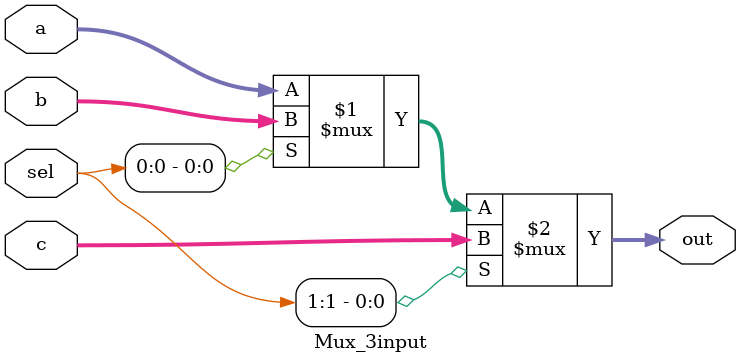
<source format=v>
`timescale 1ns / 1ps

module Adder(
	input [31:0] a,
	input [31:0] b,
	output [31:0] sum
);
	assign sum = a+b; 
	
endmodule

module SignExtender(
	input [15:0] bit_16,
	output [31:0] bit_32
);
	assign bit_32 = {{16{bit_16[15]}}, bit_16}; 

endmodule


module Mux_2input #(parameter WIDTH = 32)(
	input [WIDTH-1:0] a, 
	input [WIDTH-1:0] b, 
	input sel,
	output [WIDTH-1:0] out
);
	assign out = (sel) ? b:a;
	
endmodule


module Mux_3input #(parameter WIDTH = 32)(
	input [WIDTH-1:0] a, 
	input [WIDTH-1:0] b, 
	input [WIDTH-1:0] c, 
	input [1:0] sel,
	output [WIDTH-1:0] out
);
	assign out = (sel[1]) ? {c}:{(sel[0]) ? b:a};
	
endmodule


</source>
